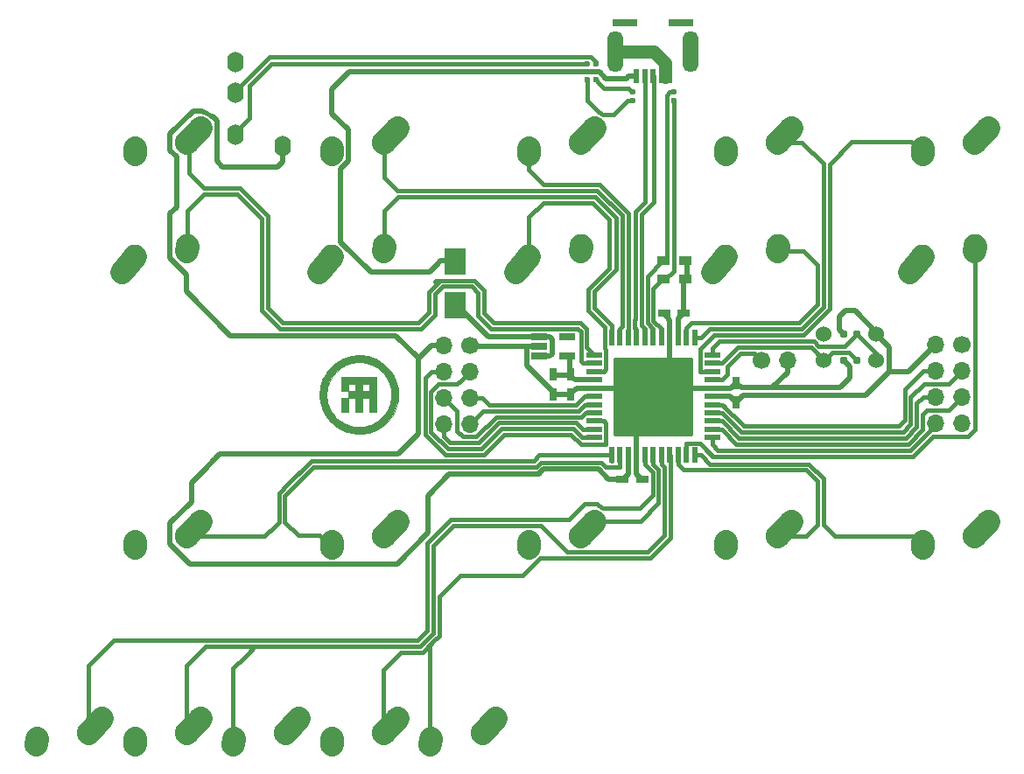
<source format=gbl>
G04 #@! TF.FileFunction,Copper,L2,Bot,Signal*
%FSLAX46Y46*%
G04 Gerber Fmt 4.6, Leading zero omitted, Abs format (unit mm)*
G04 Created by KiCad (PCBNEW 4.0.7) date 06/12/18 21:15:04*
%MOMM*%
%LPD*%
G01*
G04 APERTURE LIST*
%ADD10C,0.100000*%
%ADD11C,0.010000*%
%ADD12C,1.700000*%
%ADD13O,1.700000X1.700000*%
%ADD14O,1.600000X2.000000*%
%ADD15C,2.250000*%
%ADD16C,2.250000*%
%ADD17R,2.350000X0.800000*%
%ADD18R,0.500000X1.400000*%
%ADD19O,1.500000X4.000000*%
%ADD20R,0.550000X1.500000*%
%ADD21R,1.500000X0.550000*%
%ADD22R,1.200000X0.750000*%
%ADD23R,1.560000X0.650000*%
%ADD24C,0.784860*%
%ADD25C,1.524000*%
%ADD26R,0.750000X1.200000*%
%ADD27R,1.200000X0.900000*%
%ADD28R,2.030000X2.650000*%
%ADD29C,0.600000*%
%ADD30C,1.300000*%
%ADD31C,0.550000*%
%ADD32C,0.381000*%
%ADD33C,0.500000*%
%ADD34C,0.254000*%
G04 APERTURE END LIST*
D10*
D11*
G36*
X80777928Y-76751189D02*
X80497719Y-76777606D01*
X80218222Y-76824253D01*
X80202440Y-76827498D01*
X79944784Y-76891256D01*
X79690906Y-76974424D01*
X79442338Y-77076214D01*
X79200615Y-77195839D01*
X78967269Y-77332513D01*
X78743834Y-77485449D01*
X78531844Y-77653861D01*
X78448180Y-77727574D01*
X78319656Y-77848716D01*
X78204171Y-77967560D01*
X78096226Y-78090124D01*
X77990320Y-78222429D01*
X77962625Y-78258920D01*
X77802573Y-78488117D01*
X77661321Y-78724839D01*
X77538652Y-78969571D01*
X77434348Y-79222797D01*
X77348191Y-79485001D01*
X77279962Y-79756669D01*
X77272061Y-79794349D01*
X77227077Y-80063043D01*
X77201568Y-80333734D01*
X77195523Y-80604760D01*
X77208933Y-80874460D01*
X77241786Y-81141174D01*
X77281510Y-81348805D01*
X77302725Y-81439136D01*
X77327252Y-81535222D01*
X77353383Y-81630842D01*
X77379412Y-81719774D01*
X77403629Y-81795799D01*
X77406675Y-81804760D01*
X77431238Y-81871831D01*
X77462247Y-81949542D01*
X77497838Y-82033783D01*
X77536150Y-82120446D01*
X77575316Y-82205423D01*
X77613476Y-82284603D01*
X77648763Y-82353880D01*
X77679316Y-82409144D01*
X77685477Y-82419440D01*
X77712393Y-82463496D01*
X77744511Y-82515976D01*
X77776390Y-82567995D01*
X77788101Y-82587080D01*
X77811871Y-82623897D01*
X77845055Y-82672646D01*
X77884704Y-82729134D01*
X77927868Y-82789165D01*
X77971600Y-82848545D01*
X77976858Y-82855577D01*
X78089806Y-82996934D01*
X78217295Y-83139896D01*
X78354563Y-83279705D01*
X78496855Y-83411601D01*
X78639409Y-83530826D01*
X78694423Y-83573142D01*
X78753434Y-83616740D01*
X78813611Y-83660133D01*
X78870759Y-83700371D01*
X78920683Y-83734506D01*
X78959189Y-83759590D01*
X78962920Y-83761899D01*
X79012189Y-83792114D01*
X79065555Y-83824791D01*
X79114130Y-83854492D01*
X79130560Y-83864523D01*
X79173303Y-83888779D01*
X79230935Y-83918823D01*
X79299527Y-83952778D01*
X79375152Y-83988766D01*
X79453881Y-84024908D01*
X79531784Y-84059326D01*
X79587760Y-84083067D01*
X79773263Y-84152496D01*
X79973159Y-84213300D01*
X80183018Y-84264509D01*
X80398408Y-84305149D01*
X80614899Y-84334249D01*
X80801880Y-84349487D01*
X80871376Y-84353258D01*
X80926538Y-84355889D01*
X80972571Y-84357376D01*
X81014679Y-84357713D01*
X81058065Y-84356897D01*
X81107934Y-84354921D01*
X81169489Y-84351781D01*
X81218440Y-84349103D01*
X81466453Y-84327123D01*
X81711133Y-84288472D01*
X81954594Y-84232613D01*
X82198947Y-84159004D01*
X82446305Y-84067109D01*
X82625600Y-83990154D01*
X82751152Y-83928740D01*
X82885205Y-83854829D01*
X83023117Y-83771422D01*
X83160246Y-83681521D01*
X83291950Y-83588126D01*
X83413586Y-83494238D01*
X83484120Y-83435177D01*
X83684055Y-83248597D01*
X83869909Y-83048787D01*
X84040945Y-82836987D01*
X84196427Y-82614442D01*
X84335618Y-82382393D01*
X84457781Y-82142082D01*
X84562178Y-81894752D01*
X84648074Y-81641645D01*
X84714730Y-81384004D01*
X84722502Y-81347560D01*
X84770295Y-81068121D01*
X84797856Y-80787937D01*
X84803685Y-80565160D01*
X84127697Y-80565160D01*
X84123165Y-80726576D01*
X84112534Y-80884864D01*
X84095871Y-81034418D01*
X84092527Y-81058000D01*
X84053489Y-81262477D01*
X83996413Y-81470207D01*
X83922601Y-81678217D01*
X83833358Y-81883533D01*
X83729987Y-82083183D01*
X83613792Y-82274192D01*
X83486076Y-82453589D01*
X83473421Y-82469882D01*
X83309552Y-82662881D01*
X83131535Y-82841566D01*
X82940291Y-83005253D01*
X82736742Y-83153259D01*
X82521812Y-83284897D01*
X82296421Y-83399486D01*
X82119306Y-83474511D01*
X81984797Y-83522037D01*
X81837913Y-83565558D01*
X81685639Y-83603372D01*
X81534961Y-83633776D01*
X81392865Y-83655068D01*
X81365760Y-83658118D01*
X81317881Y-83663189D01*
X81274537Y-83667816D01*
X81241636Y-83671367D01*
X81228600Y-83672803D01*
X81194098Y-83675205D01*
X81143720Y-83676783D01*
X81081893Y-83677571D01*
X81013043Y-83677605D01*
X80941598Y-83676917D01*
X80871983Y-83675543D01*
X80808626Y-83673517D01*
X80755952Y-83670873D01*
X80730760Y-83668952D01*
X80479221Y-83635687D01*
X80231301Y-83582859D01*
X79988594Y-83510948D01*
X79752691Y-83420433D01*
X79525182Y-83311794D01*
X79497851Y-83297200D01*
X79420455Y-83252671D01*
X79333277Y-83197940D01*
X79241495Y-83136558D01*
X79150289Y-83072073D01*
X79064835Y-83008037D01*
X78998480Y-82954853D01*
X78810706Y-82785257D01*
X78638692Y-82603134D01*
X78482847Y-82409266D01*
X78343576Y-82204434D01*
X78221286Y-81989421D01*
X78116383Y-81765008D01*
X78029276Y-81531977D01*
X77960368Y-81291111D01*
X77910069Y-81043192D01*
X77880075Y-80803945D01*
X77875390Y-80728703D01*
X77873037Y-80639408D01*
X77872893Y-80541427D01*
X77874832Y-80440128D01*
X77878732Y-80340878D01*
X77884470Y-80249045D01*
X77891920Y-80169996D01*
X77895290Y-80143600D01*
X77926345Y-79959267D01*
X77967118Y-79776650D01*
X78016130Y-79601607D01*
X78071899Y-79439994D01*
X78075489Y-79430694D01*
X78174848Y-79202026D01*
X78291060Y-78983053D01*
X78423197Y-78774718D01*
X78570333Y-78577964D01*
X78731539Y-78393733D01*
X78905889Y-78222969D01*
X79092455Y-78066615D01*
X79290311Y-77925613D01*
X79498528Y-77800906D01*
X79716179Y-77693437D01*
X79831600Y-77645141D01*
X79980173Y-77589021D01*
X80117163Y-77542725D01*
X80246815Y-77505465D01*
X80373376Y-77476448D01*
X80501090Y-77454886D01*
X80634203Y-77439987D01*
X80776961Y-77430962D01*
X80933608Y-77427020D01*
X81005080Y-77426691D01*
X81118252Y-77427333D01*
X81215361Y-77429392D01*
X81300639Y-77433234D01*
X81378317Y-77439228D01*
X81452626Y-77447741D01*
X81527798Y-77459143D01*
X81608062Y-77473801D01*
X81655320Y-77483263D01*
X81760225Y-77508066D01*
X81876887Y-77541330D01*
X81999631Y-77581078D01*
X82122781Y-77625330D01*
X82240662Y-77672107D01*
X82347598Y-77719430D01*
X82385655Y-77737880D01*
X82559885Y-77832488D01*
X82732445Y-77940819D01*
X82899509Y-78059995D01*
X83057253Y-78187137D01*
X83201851Y-78319367D01*
X83314596Y-78436991D01*
X83479231Y-78635509D01*
X83626163Y-78842933D01*
X83755061Y-79058559D01*
X83865597Y-79281687D01*
X83957440Y-79511615D01*
X84030262Y-79747641D01*
X84083732Y-79989062D01*
X84104009Y-80118200D01*
X84118187Y-80255366D01*
X84126060Y-80406222D01*
X84127697Y-80565160D01*
X84803685Y-80565160D01*
X84805192Y-80507596D01*
X84792310Y-80227691D01*
X84759218Y-79948811D01*
X84705922Y-79671548D01*
X84702303Y-79655920D01*
X84640805Y-79430283D01*
X84561555Y-79201785D01*
X84466059Y-78974046D01*
X84355825Y-78750686D01*
X84243690Y-78553824D01*
X84116561Y-78361283D01*
X83971750Y-78171270D01*
X83811896Y-77986601D01*
X83639634Y-77810092D01*
X83457602Y-77644558D01*
X83268437Y-77492815D01*
X83209536Y-77449572D01*
X82998924Y-77309375D01*
X82776464Y-77182255D01*
X82545366Y-77069681D01*
X82308841Y-76973122D01*
X82070099Y-76894048D01*
X81894080Y-76847697D01*
X81616926Y-76793259D01*
X81338122Y-76759023D01*
X81058259Y-76744998D01*
X80777928Y-76751189D01*
X80777928Y-76751189D01*
G37*
X80777928Y-76751189D02*
X80497719Y-76777606D01*
X80218222Y-76824253D01*
X80202440Y-76827498D01*
X79944784Y-76891256D01*
X79690906Y-76974424D01*
X79442338Y-77076214D01*
X79200615Y-77195839D01*
X78967269Y-77332513D01*
X78743834Y-77485449D01*
X78531844Y-77653861D01*
X78448180Y-77727574D01*
X78319656Y-77848716D01*
X78204171Y-77967560D01*
X78096226Y-78090124D01*
X77990320Y-78222429D01*
X77962625Y-78258920D01*
X77802573Y-78488117D01*
X77661321Y-78724839D01*
X77538652Y-78969571D01*
X77434348Y-79222797D01*
X77348191Y-79485001D01*
X77279962Y-79756669D01*
X77272061Y-79794349D01*
X77227077Y-80063043D01*
X77201568Y-80333734D01*
X77195523Y-80604760D01*
X77208933Y-80874460D01*
X77241786Y-81141174D01*
X77281510Y-81348805D01*
X77302725Y-81439136D01*
X77327252Y-81535222D01*
X77353383Y-81630842D01*
X77379412Y-81719774D01*
X77403629Y-81795799D01*
X77406675Y-81804760D01*
X77431238Y-81871831D01*
X77462247Y-81949542D01*
X77497838Y-82033783D01*
X77536150Y-82120446D01*
X77575316Y-82205423D01*
X77613476Y-82284603D01*
X77648763Y-82353880D01*
X77679316Y-82409144D01*
X77685477Y-82419440D01*
X77712393Y-82463496D01*
X77744511Y-82515976D01*
X77776390Y-82567995D01*
X77788101Y-82587080D01*
X77811871Y-82623897D01*
X77845055Y-82672646D01*
X77884704Y-82729134D01*
X77927868Y-82789165D01*
X77971600Y-82848545D01*
X77976858Y-82855577D01*
X78089806Y-82996934D01*
X78217295Y-83139896D01*
X78354563Y-83279705D01*
X78496855Y-83411601D01*
X78639409Y-83530826D01*
X78694423Y-83573142D01*
X78753434Y-83616740D01*
X78813611Y-83660133D01*
X78870759Y-83700371D01*
X78920683Y-83734506D01*
X78959189Y-83759590D01*
X78962920Y-83761899D01*
X79012189Y-83792114D01*
X79065555Y-83824791D01*
X79114130Y-83854492D01*
X79130560Y-83864523D01*
X79173303Y-83888779D01*
X79230935Y-83918823D01*
X79299527Y-83952778D01*
X79375152Y-83988766D01*
X79453881Y-84024908D01*
X79531784Y-84059326D01*
X79587760Y-84083067D01*
X79773263Y-84152496D01*
X79973159Y-84213300D01*
X80183018Y-84264509D01*
X80398408Y-84305149D01*
X80614899Y-84334249D01*
X80801880Y-84349487D01*
X80871376Y-84353258D01*
X80926538Y-84355889D01*
X80972571Y-84357376D01*
X81014679Y-84357713D01*
X81058065Y-84356897D01*
X81107934Y-84354921D01*
X81169489Y-84351781D01*
X81218440Y-84349103D01*
X81466453Y-84327123D01*
X81711133Y-84288472D01*
X81954594Y-84232613D01*
X82198947Y-84159004D01*
X82446305Y-84067109D01*
X82625600Y-83990154D01*
X82751152Y-83928740D01*
X82885205Y-83854829D01*
X83023117Y-83771422D01*
X83160246Y-83681521D01*
X83291950Y-83588126D01*
X83413586Y-83494238D01*
X83484120Y-83435177D01*
X83684055Y-83248597D01*
X83869909Y-83048787D01*
X84040945Y-82836987D01*
X84196427Y-82614442D01*
X84335618Y-82382393D01*
X84457781Y-82142082D01*
X84562178Y-81894752D01*
X84648074Y-81641645D01*
X84714730Y-81384004D01*
X84722502Y-81347560D01*
X84770295Y-81068121D01*
X84797856Y-80787937D01*
X84803685Y-80565160D01*
X84127697Y-80565160D01*
X84123165Y-80726576D01*
X84112534Y-80884864D01*
X84095871Y-81034418D01*
X84092527Y-81058000D01*
X84053489Y-81262477D01*
X83996413Y-81470207D01*
X83922601Y-81678217D01*
X83833358Y-81883533D01*
X83729987Y-82083183D01*
X83613792Y-82274192D01*
X83486076Y-82453589D01*
X83473421Y-82469882D01*
X83309552Y-82662881D01*
X83131535Y-82841566D01*
X82940291Y-83005253D01*
X82736742Y-83153259D01*
X82521812Y-83284897D01*
X82296421Y-83399486D01*
X82119306Y-83474511D01*
X81984797Y-83522037D01*
X81837913Y-83565558D01*
X81685639Y-83603372D01*
X81534961Y-83633776D01*
X81392865Y-83655068D01*
X81365760Y-83658118D01*
X81317881Y-83663189D01*
X81274537Y-83667816D01*
X81241636Y-83671367D01*
X81228600Y-83672803D01*
X81194098Y-83675205D01*
X81143720Y-83676783D01*
X81081893Y-83677571D01*
X81013043Y-83677605D01*
X80941598Y-83676917D01*
X80871983Y-83675543D01*
X80808626Y-83673517D01*
X80755952Y-83670873D01*
X80730760Y-83668952D01*
X80479221Y-83635687D01*
X80231301Y-83582859D01*
X79988594Y-83510948D01*
X79752691Y-83420433D01*
X79525182Y-83311794D01*
X79497851Y-83297200D01*
X79420455Y-83252671D01*
X79333277Y-83197940D01*
X79241495Y-83136558D01*
X79150289Y-83072073D01*
X79064835Y-83008037D01*
X78998480Y-82954853D01*
X78810706Y-82785257D01*
X78638692Y-82603134D01*
X78482847Y-82409266D01*
X78343576Y-82204434D01*
X78221286Y-81989421D01*
X78116383Y-81765008D01*
X78029276Y-81531977D01*
X77960368Y-81291111D01*
X77910069Y-81043192D01*
X77880075Y-80803945D01*
X77875390Y-80728703D01*
X77873037Y-80639408D01*
X77872893Y-80541427D01*
X77874832Y-80440128D01*
X77878732Y-80340878D01*
X77884470Y-80249045D01*
X77891920Y-80169996D01*
X77895290Y-80143600D01*
X77926345Y-79959267D01*
X77967118Y-79776650D01*
X78016130Y-79601607D01*
X78071899Y-79439994D01*
X78075489Y-79430694D01*
X78174848Y-79202026D01*
X78291060Y-78983053D01*
X78423197Y-78774718D01*
X78570333Y-78577964D01*
X78731539Y-78393733D01*
X78905889Y-78222969D01*
X79092455Y-78066615D01*
X79290311Y-77925613D01*
X79498528Y-77800906D01*
X79716179Y-77693437D01*
X79831600Y-77645141D01*
X79980173Y-77589021D01*
X80117163Y-77542725D01*
X80246815Y-77505465D01*
X80373376Y-77476448D01*
X80501090Y-77454886D01*
X80634203Y-77439987D01*
X80776961Y-77430962D01*
X80933608Y-77427020D01*
X81005080Y-77426691D01*
X81118252Y-77427333D01*
X81215361Y-77429392D01*
X81300639Y-77433234D01*
X81378317Y-77439228D01*
X81452626Y-77447741D01*
X81527798Y-77459143D01*
X81608062Y-77473801D01*
X81655320Y-77483263D01*
X81760225Y-77508066D01*
X81876887Y-77541330D01*
X81999631Y-77581078D01*
X82122781Y-77625330D01*
X82240662Y-77672107D01*
X82347598Y-77719430D01*
X82385655Y-77737880D01*
X82559885Y-77832488D01*
X82732445Y-77940819D01*
X82899509Y-78059995D01*
X83057253Y-78187137D01*
X83201851Y-78319367D01*
X83314596Y-78436991D01*
X83479231Y-78635509D01*
X83626163Y-78842933D01*
X83755061Y-79058559D01*
X83865597Y-79281687D01*
X83957440Y-79511615D01*
X84030262Y-79747641D01*
X84083732Y-79989062D01*
X84104009Y-80118200D01*
X84118187Y-80255366D01*
X84126060Y-80406222D01*
X84127697Y-80565160D01*
X84803685Y-80565160D01*
X84805192Y-80507596D01*
X84792310Y-80227691D01*
X84759218Y-79948811D01*
X84705922Y-79671548D01*
X84702303Y-79655920D01*
X84640805Y-79430283D01*
X84561555Y-79201785D01*
X84466059Y-78974046D01*
X84355825Y-78750686D01*
X84243690Y-78553824D01*
X84116561Y-78361283D01*
X83971750Y-78171270D01*
X83811896Y-77986601D01*
X83639634Y-77810092D01*
X83457602Y-77644558D01*
X83268437Y-77492815D01*
X83209536Y-77449572D01*
X82998924Y-77309375D01*
X82776464Y-77182255D01*
X82545366Y-77069681D01*
X82308841Y-76973122D01*
X82070099Y-76894048D01*
X81894080Y-76847697D01*
X81616926Y-76793259D01*
X81338122Y-76759023D01*
X81058259Y-76744998D01*
X80777928Y-76751189D01*
G36*
X79303280Y-80204560D02*
X79984000Y-80204560D01*
X79984000Y-79523840D01*
X80324496Y-79523840D01*
X80664991Y-79523839D01*
X80662316Y-79866740D01*
X80659640Y-80209640D01*
X80321820Y-80212316D01*
X79984000Y-80214993D01*
X79984000Y-80885280D01*
X80664720Y-80885280D01*
X80664720Y-82246720D01*
X81335136Y-82246720D01*
X81340360Y-80890360D01*
X81683260Y-80887684D01*
X82026160Y-80885009D01*
X82026160Y-82246720D01*
X82696720Y-82246720D01*
X82696720Y-79862371D01*
X82026160Y-79862371D01*
X82025960Y-79943414D01*
X82025393Y-80017918D01*
X82024505Y-80083462D01*
X82023347Y-80137626D01*
X82021965Y-80177990D01*
X82020410Y-80202135D01*
X82019252Y-80208081D01*
X82007789Y-80209658D01*
X81978437Y-80210949D01*
X81933627Y-80211924D01*
X81875790Y-80212554D01*
X81807356Y-80212808D01*
X81730755Y-80212656D01*
X81676352Y-80212314D01*
X81340360Y-80209640D01*
X81340360Y-79528920D01*
X81683260Y-79526244D01*
X82026160Y-79523569D01*
X82026160Y-79862371D01*
X82696720Y-79862371D01*
X82696720Y-78853280D01*
X79303280Y-78853280D01*
X79303280Y-80204560D01*
X79303280Y-80204560D01*
G37*
X79303280Y-80204560D02*
X79984000Y-80204560D01*
X79984000Y-79523840D01*
X80324496Y-79523840D01*
X80664991Y-79523839D01*
X80662316Y-79866740D01*
X80659640Y-80209640D01*
X80321820Y-80212316D01*
X79984000Y-80214993D01*
X79984000Y-80885280D01*
X80664720Y-80885280D01*
X80664720Y-82246720D01*
X81335136Y-82246720D01*
X81340360Y-80890360D01*
X81683260Y-80887684D01*
X82026160Y-80885009D01*
X82026160Y-82246720D01*
X82696720Y-82246720D01*
X82696720Y-79862371D01*
X82026160Y-79862371D01*
X82025960Y-79943414D01*
X82025393Y-80017918D01*
X82024505Y-80083462D01*
X82023347Y-80137626D01*
X82021965Y-80177990D01*
X82020410Y-80202135D01*
X82019252Y-80208081D01*
X82007789Y-80209658D01*
X81978437Y-80210949D01*
X81933627Y-80211924D01*
X81875790Y-80212554D01*
X81807356Y-80212808D01*
X81730755Y-80212656D01*
X81676352Y-80212314D01*
X81340360Y-80209640D01*
X81340360Y-79528920D01*
X81683260Y-79526244D01*
X82026160Y-79523569D01*
X82026160Y-79862371D01*
X82696720Y-79862371D01*
X82696720Y-78853280D01*
X79303280Y-78853280D01*
X79303280Y-80204560D01*
G36*
X79303280Y-82246720D02*
X79984145Y-82246720D01*
X79981533Y-81568540D01*
X79978920Y-80890360D01*
X79303280Y-80885006D01*
X79303280Y-82246720D01*
X79303280Y-82246720D01*
G37*
X79303280Y-82246720D02*
X79984145Y-82246720D01*
X79981533Y-81568540D01*
X79978920Y-80890360D01*
X79303280Y-80885006D01*
X79303280Y-82246720D01*
D12*
X139300000Y-75720000D03*
D13*
X136760000Y-75720000D03*
X139300000Y-78260000D03*
X136760000Y-78260000D03*
X139300000Y-80800000D03*
X136760000Y-80800000D03*
X139300000Y-83340000D03*
X136760000Y-83340000D03*
D14*
X73650000Y-56450000D03*
X69050000Y-55350000D03*
X69050000Y-48350000D03*
X69050000Y-51350000D03*
D15*
X59312500Y-56643750D02*
X59272500Y-57223750D01*
D16*
X59272500Y-57223750D03*
D15*
X65622500Y-54683750D02*
X64312498Y-56143750D01*
D16*
X64312500Y-56143750D03*
D15*
X64312500Y-66693750D02*
X64352500Y-66113750D01*
D16*
X64352500Y-66113750D03*
D15*
X58002500Y-68653750D02*
X59312502Y-67193750D01*
D16*
X59312500Y-67193750D03*
D15*
X78362500Y-56643750D02*
X78322500Y-57223750D01*
D16*
X78322500Y-57223750D03*
D15*
X84672500Y-54683750D02*
X83362498Y-56143750D01*
D16*
X83362500Y-56143750D03*
D15*
X83362500Y-66693750D02*
X83402500Y-66113750D01*
D16*
X83402500Y-66113750D03*
D15*
X77052500Y-68653750D02*
X78362502Y-67193750D01*
D16*
X78362500Y-67193750D03*
D15*
X97412500Y-56643750D02*
X97372500Y-57223750D01*
D16*
X97372500Y-57223750D03*
D15*
X103722500Y-54683750D02*
X102412498Y-56143750D01*
D16*
X102412500Y-56143750D03*
D15*
X102412500Y-66693750D02*
X102452500Y-66113750D01*
D16*
X102452500Y-66113750D03*
D15*
X96102500Y-68653750D02*
X97412502Y-67193750D01*
D16*
X97412500Y-67193750D03*
D15*
X116462500Y-56643750D02*
X116422500Y-57223750D01*
D16*
X116422500Y-57223750D03*
D15*
X122772500Y-54683750D02*
X121462498Y-56143750D01*
D16*
X121462500Y-56143750D03*
D15*
X121462500Y-66693750D02*
X121502500Y-66113750D01*
D16*
X121502500Y-66113750D03*
D15*
X115152500Y-68653750D02*
X116462502Y-67193750D01*
D16*
X116462500Y-67193750D03*
D15*
X135512500Y-56643750D02*
X135472500Y-57223750D01*
D16*
X135472500Y-57223750D03*
D15*
X141822500Y-54683750D02*
X140512498Y-56143750D01*
D16*
X140512500Y-56143750D03*
D15*
X140512500Y-66693750D02*
X140552500Y-66113750D01*
D16*
X140552500Y-66113750D03*
D15*
X134202500Y-68653750D02*
X135512502Y-67193750D01*
D16*
X135512500Y-67193750D03*
D17*
X112105000Y-44560000D03*
X106755000Y-44560000D03*
D18*
X107830000Y-49760000D03*
X108630000Y-49760000D03*
X109430000Y-49760000D03*
X110230000Y-49760000D03*
X111030000Y-49760000D03*
D19*
X105780000Y-47360000D03*
X113080000Y-47360000D03*
D15*
X59312500Y-94743750D02*
X59272500Y-95323750D01*
D16*
X59272500Y-95323750D03*
D15*
X65622500Y-92783750D02*
X64312498Y-94243750D01*
D16*
X64312500Y-94243750D03*
D15*
X78362500Y-94743750D02*
X78322500Y-95323750D01*
D16*
X78322500Y-95323750D03*
D15*
X84672500Y-92783750D02*
X83362498Y-94243750D01*
D16*
X83362500Y-94243750D03*
D15*
X97412500Y-94743750D02*
X97372500Y-95323750D01*
D16*
X97372500Y-95323750D03*
D15*
X103722500Y-92783750D02*
X102412498Y-94243750D01*
D16*
X102412500Y-94243750D03*
D15*
X116462500Y-94743750D02*
X116422500Y-95323750D01*
D16*
X116422500Y-95323750D03*
D15*
X122772500Y-92783750D02*
X121462498Y-94243750D01*
D16*
X121462500Y-94243750D03*
D15*
X135512500Y-94743750D02*
X135472500Y-95323750D01*
D16*
X135472500Y-95323750D03*
D15*
X141822500Y-92783750D02*
X140512498Y-94243750D01*
D16*
X140512500Y-94243750D03*
D15*
X49787500Y-113793750D02*
X49747500Y-114373750D01*
D16*
X49747500Y-114373750D03*
D15*
X56097500Y-111833750D02*
X54787498Y-113293750D01*
D16*
X54787500Y-113293750D03*
D15*
X78362500Y-113793750D02*
X78322500Y-114373750D01*
D16*
X78322500Y-114373750D03*
D15*
X84672500Y-111833750D02*
X83362498Y-113293750D01*
D16*
X83362500Y-113293750D03*
D15*
X87887500Y-113793750D02*
X87847500Y-114373750D01*
D16*
X87847500Y-114373750D03*
D15*
X94197500Y-111833750D02*
X92887498Y-113293750D01*
D16*
X92887500Y-113293750D03*
D15*
X59312500Y-113793750D02*
X59272500Y-114373750D01*
D16*
X59272500Y-114373750D03*
D15*
X65622500Y-111833750D02*
X64312498Y-113293750D01*
D16*
X64312500Y-113293750D03*
D15*
X68837500Y-113793750D02*
X68797500Y-114373750D01*
D16*
X68797500Y-114373750D03*
D15*
X75147500Y-111833750D02*
X73837498Y-113293750D01*
D16*
X73837500Y-113293750D03*
D20*
X113450000Y-86418750D03*
X112650000Y-86418750D03*
X111850000Y-86418750D03*
X111050000Y-86418750D03*
X110250000Y-86418750D03*
X109450000Y-86418750D03*
X108650000Y-86418750D03*
X107850000Y-86418750D03*
X107050000Y-86418750D03*
X106250000Y-86418750D03*
X105450000Y-86418750D03*
D21*
X103750000Y-84718750D03*
X103750000Y-83918750D03*
X103750000Y-83118750D03*
X103750000Y-82318750D03*
X103750000Y-81518750D03*
X103750000Y-80718750D03*
X103750000Y-79918750D03*
X103750000Y-79118750D03*
X103750000Y-78318750D03*
X103750000Y-77518750D03*
X103750000Y-76718750D03*
D20*
X105450000Y-75018750D03*
X106250000Y-75018750D03*
X107050000Y-75018750D03*
X107850000Y-75018750D03*
X108650000Y-75018750D03*
X109450000Y-75018750D03*
X110250000Y-75018750D03*
X111050000Y-75018750D03*
X111850000Y-75018750D03*
X112650000Y-75018750D03*
X113450000Y-75018750D03*
D21*
X115150000Y-76718750D03*
X115150000Y-77518750D03*
X115150000Y-78318750D03*
X115150000Y-79118750D03*
X115150000Y-79918750D03*
X115150000Y-80718750D03*
X115150000Y-81518750D03*
X115150000Y-82318750D03*
X115150000Y-83118750D03*
X115150000Y-83918750D03*
X115150000Y-84718750D03*
D22*
X106500000Y-88750000D03*
X108400000Y-88750000D03*
D12*
X91730000Y-75760000D03*
D13*
X89190000Y-75760000D03*
X91730000Y-78300000D03*
X89190000Y-78300000D03*
X91730000Y-80840000D03*
X89190000Y-80840000D03*
X91730000Y-83380000D03*
X89190000Y-83380000D03*
D23*
X98450000Y-76850000D03*
X98450000Y-75900000D03*
X98450000Y-74950000D03*
X101150000Y-74950000D03*
X101150000Y-76850000D03*
D24*
X129135000Y-74700000D03*
X127865000Y-74700000D03*
X129135000Y-77240000D03*
X127865000Y-77240000D03*
D25*
X131040000Y-74700000D03*
X125960000Y-74700000D03*
X131040000Y-77240000D03*
X125960000Y-77240000D03*
D26*
X99800000Y-78600000D03*
X99800000Y-80500000D03*
X101500000Y-78600000D03*
X101500000Y-80500000D03*
X117500000Y-81300000D03*
X117500000Y-79400000D03*
D22*
X112400000Y-72700000D03*
X110500000Y-72700000D03*
D27*
X110400000Y-69400000D03*
X112600000Y-69400000D03*
X110400000Y-67600000D03*
X112600000Y-67600000D03*
D28*
X90330000Y-71870000D03*
X90330000Y-67690000D03*
D12*
X119900000Y-77200000D03*
D13*
X122440000Y-77200000D03*
D29*
X103070000Y-48521351D03*
X103068015Y-50085389D03*
X107452119Y-52069910D03*
X111487949Y-52070079D03*
X103910000Y-48521351D03*
X103915802Y-50087527D03*
X107440000Y-51270000D03*
X111491677Y-51270085D03*
D30*
X110630000Y-48479998D02*
X110630000Y-49820000D01*
X105780000Y-47360000D02*
X109510002Y-47360000D01*
X109510002Y-47360000D02*
X110630000Y-48479998D01*
D31*
X86712979Y-77034940D02*
X86712979Y-84364396D01*
X86712979Y-84364396D02*
X84778346Y-86299029D01*
X84778346Y-86299029D02*
X67548397Y-86299029D01*
X67548397Y-86299029D02*
X65897426Y-87950000D01*
X132289501Y-78368251D02*
X134111749Y-78368251D01*
X134111749Y-78368251D02*
X136760000Y-75720000D01*
D32*
X66803341Y-53604161D02*
X66683839Y-53604161D01*
X66573429Y-53493751D02*
X66488929Y-53409251D01*
D31*
X67221891Y-54022711D02*
X66803341Y-53604161D01*
X67811221Y-58540000D02*
X67221891Y-57950670D01*
X73110000Y-58540000D02*
X67811221Y-58540000D01*
X67221891Y-57950670D02*
X67221891Y-54022711D01*
X73650000Y-58000000D02*
X73110000Y-58540000D01*
X73650000Y-56450000D02*
X73650000Y-58000000D01*
D32*
X66683839Y-53604161D02*
X66573429Y-53493751D01*
D31*
X64961461Y-53084359D02*
X65835107Y-53084359D01*
D32*
X65998859Y-53168859D02*
X66488929Y-53409251D01*
X66488929Y-53409251D02*
X66044667Y-53168859D01*
X65835107Y-53084359D02*
X65914359Y-53084359D01*
X65914359Y-53084359D02*
X65998859Y-53168859D01*
X65835107Y-53084359D02*
X65844359Y-53084359D01*
X65844359Y-53084359D02*
X65928859Y-53168859D01*
D31*
X84524672Y-74824672D02*
X68525420Y-74824672D01*
X68525420Y-74824672D02*
X64281401Y-70580653D01*
X64281401Y-70580653D02*
X64281401Y-68925139D01*
X64281401Y-68925139D02*
X62715156Y-67358894D01*
X62715156Y-67358894D02*
X62715156Y-63015846D01*
X63325001Y-57524253D02*
X62712499Y-56911751D01*
X62715156Y-63015846D02*
X63325001Y-62406001D01*
X63325001Y-62406001D02*
X63325001Y-57524253D01*
X62712499Y-56911751D02*
X62712499Y-55333321D01*
X62712499Y-55333321D02*
X64961461Y-53084359D01*
X86712979Y-77034940D02*
X86712979Y-77012979D01*
X86712979Y-77012979D02*
X84524672Y-74824672D01*
X77860000Y-96923751D02*
X84666779Y-96923751D01*
X87663365Y-93927165D02*
X87663365Y-90346635D01*
X84666779Y-96923751D02*
X87663365Y-93927165D01*
X87663365Y-90346635D02*
X89727494Y-88282506D01*
X89727494Y-88282506D02*
X98327615Y-88282506D01*
X98327615Y-88282506D02*
X98835272Y-87774849D01*
X77860000Y-96923751D02*
X77554499Y-96923751D01*
X76570363Y-96923751D02*
X77860000Y-96923751D01*
X106500000Y-88750000D02*
X105112174Y-88750000D01*
X105112174Y-88750000D02*
X104137023Y-87774849D01*
X104137023Y-87774849D02*
X98835272Y-87774849D01*
X98835272Y-87774849D02*
X98399061Y-88211061D01*
X64776635Y-89070791D02*
X65897426Y-87950000D01*
X62712499Y-95011751D02*
X62712499Y-92997725D01*
X64624499Y-96923751D02*
X62712499Y-95011751D01*
X76570363Y-96923751D02*
X64624499Y-96923751D01*
X62712499Y-92997725D02*
X64776635Y-90933589D01*
X64776635Y-90933589D02*
X64776635Y-89070791D01*
X65897426Y-87950000D02*
X67047426Y-86800000D01*
X89190000Y-75760000D02*
X87987919Y-75760000D01*
X87987919Y-75760000D02*
X86712979Y-77034940D01*
X106500000Y-88750000D02*
X107050000Y-88200000D01*
X107050000Y-88200000D02*
X107050000Y-86418750D01*
X101150000Y-76850000D02*
X101605000Y-76850000D01*
X131052500Y-74686250D02*
X131052500Y-74522083D01*
X131052500Y-74522083D02*
X128977636Y-72447219D01*
X128977636Y-72447219D02*
X128047364Y-72447219D01*
X128047364Y-72447219D02*
X127485071Y-73009512D01*
X127485071Y-73009512D02*
X127485071Y-74293821D01*
X127485071Y-74293821D02*
X127877500Y-74686250D01*
X118149990Y-80650010D02*
X130007742Y-80650010D01*
X132289501Y-78368251D02*
X132289501Y-75923251D01*
X130007742Y-80650010D02*
X132289501Y-78368251D01*
X132289501Y-75923251D02*
X131814499Y-75448249D01*
X131814499Y-75448249D02*
X131052500Y-74686250D01*
X117400000Y-81250000D02*
X117550000Y-81250000D01*
X117550000Y-81250000D02*
X118149990Y-80650010D01*
X101400000Y-78650000D02*
X101400000Y-77100000D01*
X101400000Y-77100000D02*
X101150000Y-76850000D01*
X99800000Y-78650000D02*
X101400000Y-78650000D01*
X103750000Y-79118750D02*
X101868750Y-79118750D01*
X101868750Y-79118750D02*
X101400000Y-78650000D01*
X112350000Y-72700000D02*
X112350000Y-69750000D01*
X112350000Y-69750000D02*
X112700000Y-69400000D01*
X112700000Y-67600000D02*
X112700000Y-69400000D01*
X111850000Y-73200000D02*
X111850000Y-75018750D01*
X112350000Y-72700000D02*
X111850000Y-73200000D01*
X117400000Y-81250000D02*
X116868750Y-80718750D01*
X116868750Y-80718750D02*
X115150000Y-80718750D01*
X120300000Y-79900000D02*
X118000000Y-79900000D01*
X118000000Y-79900000D02*
X117900000Y-79800000D01*
X117900000Y-79800000D02*
X117500000Y-79400000D01*
X115150000Y-79918750D02*
X116981250Y-79918750D01*
X116981250Y-79918750D02*
X117500000Y-79400000D01*
X108400000Y-88750000D02*
X107850000Y-88200000D01*
X107850000Y-88200000D02*
X107850000Y-86418750D01*
X111050000Y-79950000D02*
X107850000Y-83150000D01*
X107850000Y-83150000D02*
X107850000Y-86418750D01*
X111050000Y-78920000D02*
X111050000Y-76318750D01*
X111050000Y-78920000D02*
X111050000Y-79950000D01*
X111050000Y-76318750D02*
X111050000Y-75018750D01*
X103750000Y-79918750D02*
X115150000Y-79918750D01*
X122440000Y-78402081D02*
X120942081Y-79900000D01*
X120300000Y-79900000D02*
X122400000Y-79900000D01*
X122440000Y-77200000D02*
X122440000Y-78402081D01*
X120942081Y-79900000D02*
X120300000Y-79900000D01*
X108450000Y-88700000D02*
X108225000Y-88700000D01*
X122400000Y-79900000D02*
X127525037Y-79900000D01*
X108450000Y-88700000D02*
X108500000Y-88700000D01*
X98450000Y-75900000D02*
X91860000Y-75900000D01*
X91860000Y-75900000D02*
X91740000Y-75780000D01*
X127525037Y-79900000D02*
X128464261Y-78960776D01*
X128464261Y-78960776D02*
X128464261Y-77813011D01*
X128464261Y-77813011D02*
X128269929Y-77618679D01*
X128269929Y-77618679D02*
X127877500Y-77226250D01*
X117400000Y-79350000D02*
X117400000Y-79400000D01*
X98450000Y-75900000D02*
X97439998Y-75900000D01*
X97439998Y-75900000D02*
X97194999Y-76144999D01*
X99800000Y-80325000D02*
X99800000Y-80550000D01*
X97194999Y-76144999D02*
X97194999Y-77719999D01*
X97194999Y-77719999D02*
X99800000Y-80325000D01*
X99800000Y-80550000D02*
X101400000Y-80550000D01*
X101400000Y-80550000D02*
X102031250Y-79918750D01*
X102031250Y-79918750D02*
X103750000Y-79918750D01*
X111050000Y-73300000D02*
X111050000Y-75018750D01*
X110450000Y-72700000D02*
X111050000Y-73300000D01*
D32*
X135512500Y-67193750D02*
X134893750Y-67193750D01*
D31*
X90400000Y-71800000D02*
X93550000Y-74950000D01*
X97120000Y-74950000D02*
X98450000Y-74950000D01*
X93550000Y-74950000D02*
X97120000Y-74950000D01*
X98450000Y-74950000D02*
X99460002Y-74950000D01*
X99460002Y-74950000D02*
X99705001Y-75194999D01*
X99705001Y-75194999D02*
X99705001Y-76605001D01*
X99705001Y-76605001D02*
X99460002Y-76850000D01*
X99460002Y-76850000D02*
X98450000Y-76850000D01*
X78393599Y-50958677D02*
X80052276Y-49300000D01*
X102664433Y-49296351D02*
X104239538Y-49296351D01*
X79224999Y-65791345D02*
X79224999Y-58689253D01*
X104888224Y-49945037D02*
X106844963Y-49945037D01*
X79959844Y-57954408D02*
X79959844Y-54895068D01*
X79959844Y-54895068D02*
X78393599Y-53328823D01*
X80052276Y-49300000D02*
X102660784Y-49300000D01*
X102660784Y-49300000D02*
X102664433Y-49296351D01*
X106844963Y-49945037D02*
X107030000Y-49760000D01*
X107030000Y-49760000D02*
X107830000Y-49760000D01*
X78393599Y-53328823D02*
X78393599Y-50958677D01*
X83150000Y-68700000D02*
X82133654Y-68700000D01*
X104239538Y-49296351D02*
X104888224Y-49945037D01*
X82133654Y-68700000D02*
X79224999Y-65791345D01*
X79224999Y-58689253D02*
X79959844Y-57954408D01*
D33*
X87805000Y-68700000D02*
X83150000Y-68700000D01*
X88605000Y-67900000D02*
X87805000Y-68700000D01*
X88885000Y-67620000D02*
X88605000Y-67900000D01*
X88605000Y-67900000D02*
X88238906Y-68266094D01*
X90400000Y-67620000D02*
X88885000Y-67620000D01*
D32*
X107705561Y-73285643D02*
X107711518Y-73276163D01*
X108670000Y-61900000D02*
X108670000Y-49760000D01*
X107644775Y-74061517D02*
X107635295Y-74055560D01*
X107716469Y-62853531D02*
X108670000Y-61900000D01*
X107635295Y-73315377D02*
X107644775Y-73309420D01*
X107850000Y-75018750D02*
X107850000Y-74250000D01*
X107644775Y-73309420D02*
X107655343Y-73305722D01*
X107635295Y-74055560D02*
X107627378Y-74047643D01*
X107850000Y-74250000D02*
X107716469Y-74116469D01*
X107705561Y-74085294D02*
X107697644Y-74077377D01*
X107688164Y-74071420D02*
X107677596Y-74067722D01*
X107716469Y-74116469D02*
X107715216Y-74105342D01*
X107677596Y-74067722D02*
X107655343Y-74065215D01*
X107715216Y-74105342D02*
X107711518Y-74094774D01*
X107711518Y-74094774D02*
X107705561Y-74085294D01*
X107697644Y-74077377D02*
X107688164Y-74071420D01*
X107627378Y-74047643D02*
X107621421Y-74038163D01*
X107655343Y-74065215D02*
X107644775Y-74061517D01*
X107621421Y-74038163D02*
X107617723Y-74027595D01*
X107617723Y-73343342D02*
X107621421Y-73332774D01*
X107617723Y-74027595D02*
X107616469Y-74016469D01*
X107616469Y-74016469D02*
X107616469Y-73354469D01*
X107715216Y-73265595D02*
X107716469Y-73254469D01*
X107616469Y-73354469D02*
X107617723Y-73343342D01*
X107621421Y-73332774D02*
X107627378Y-73323294D01*
X107627378Y-73323294D02*
X107635295Y-73315377D01*
X107655343Y-73305722D02*
X107677596Y-73303215D01*
X107711518Y-73276163D02*
X107715216Y-73265595D01*
X107677596Y-73303215D02*
X107688164Y-73299517D01*
X107688164Y-73299517D02*
X107697644Y-73293560D01*
X107716469Y-73254469D02*
X107716469Y-62853531D01*
X107697644Y-73293560D02*
X107705561Y-73285643D01*
X109470000Y-61000000D02*
X109470000Y-50841000D01*
X108650000Y-75018750D02*
X108650000Y-74221246D01*
X108297479Y-73868725D02*
X108297479Y-63094193D01*
X108650000Y-74221246D02*
X108297479Y-73868725D01*
X108297479Y-63094193D02*
X109470000Y-61921672D01*
X109470000Y-61921672D02*
X109470000Y-61000000D01*
X109470000Y-50841000D02*
X109470000Y-49760000D01*
X131052500Y-77226250D02*
X131052500Y-76591250D01*
X131052500Y-76591250D02*
X129147500Y-74686250D01*
X115831740Y-75381010D02*
X124961558Y-75381010D01*
X125419299Y-75838751D02*
X127994999Y-75838751D01*
X124961558Y-75381010D02*
X125419299Y-75838751D01*
X127994999Y-75838751D02*
X128755071Y-75078679D01*
X128755071Y-75078679D02*
X129147500Y-74686250D01*
X115150000Y-76718750D02*
X115150000Y-76062750D01*
X115150000Y-76062750D02*
X115831740Y-75381010D01*
X125972500Y-77226250D02*
X126755431Y-76443319D01*
X126755431Y-76443319D02*
X128364569Y-76443319D01*
X128755071Y-76833821D02*
X129147500Y-77226250D01*
X128364569Y-76443319D02*
X128755071Y-76833821D01*
X117634632Y-75962020D02*
X124708270Y-75962020D01*
X124708270Y-75962020D02*
X125972500Y-77226250D01*
X115150000Y-77518750D02*
X116077902Y-77518750D01*
X116077902Y-77518750D02*
X117634632Y-75962020D01*
X135497500Y-57223750D02*
X134372501Y-56098751D01*
X134372501Y-56098751D02*
X128650769Y-56098751D01*
X128650769Y-56098751D02*
X126495021Y-58254499D01*
X126495021Y-58254499D02*
X126495021Y-72282515D01*
X126495021Y-72282515D02*
X125277536Y-73500000D01*
X123977536Y-74800000D02*
X125277536Y-73500000D01*
X125277536Y-73500000D02*
X126500000Y-72277536D01*
X115340848Y-74800000D02*
X123977536Y-74800000D01*
X114009499Y-76131349D02*
X115340848Y-74800000D01*
X114009499Y-78309249D02*
X114009499Y-76131349D01*
X114019000Y-78318750D02*
X114009499Y-78309249D01*
X115150000Y-78318750D02*
X114019000Y-78318750D01*
X125914011Y-58200000D02*
X125914011Y-58900000D01*
X121487500Y-56143750D02*
X123857761Y-56143750D01*
X123857761Y-56143750D02*
X125914011Y-58200000D01*
X125914011Y-72041853D02*
X125914011Y-58900000D01*
X114965589Y-74159161D02*
X123796704Y-74159160D01*
X123796704Y-74159160D02*
X125914011Y-72041853D01*
X114106000Y-75018750D02*
X114965589Y-74159161D01*
X113450000Y-75018750D02*
X114106000Y-75018750D01*
X113450000Y-75018750D02*
X113450000Y-74750000D01*
X97397500Y-58816490D02*
X98800000Y-60218990D01*
X97397500Y-57223750D02*
X97397500Y-58816490D01*
X98800000Y-60218990D02*
X101600000Y-60218990D01*
X101600000Y-60218990D02*
X102662334Y-60218990D01*
X104284004Y-60218990D02*
X101600000Y-60218990D01*
X107035459Y-62970445D02*
X104284004Y-60218990D01*
X107035459Y-75004209D02*
X107035459Y-62970445D01*
X107050000Y-75018750D02*
X107035459Y-75004209D01*
X84697500Y-54683750D02*
X84697500Y-55902500D01*
X84697500Y-55902500D02*
X83400000Y-57200000D01*
X83400000Y-57200000D02*
X83400000Y-59500000D01*
X83400000Y-59500000D02*
X84700000Y-60800000D01*
X84700000Y-60800000D02*
X86700000Y-60800000D01*
X102421672Y-60800000D02*
X101200000Y-60800000D01*
X101200000Y-60800000D02*
X86700000Y-60800000D01*
X104043342Y-60800000D02*
X101200000Y-60800000D01*
X86700000Y-60800000D02*
X86400000Y-60800000D01*
X106454450Y-63211108D02*
X104043342Y-60800000D01*
X106454449Y-73945551D02*
X106454450Y-63211108D01*
X106250000Y-74150000D02*
X106454449Y-73945551D01*
X106250000Y-75018750D02*
X106250000Y-74150000D01*
X89150000Y-69499400D02*
X88836025Y-69499400D01*
X64523606Y-56966394D02*
X65622500Y-55867500D01*
X88836025Y-69499400D02*
X87734320Y-70601105D01*
X86751563Y-73578151D02*
X73582410Y-73578151D01*
X87734320Y-70601105D02*
X87734320Y-72595394D01*
X87734320Y-72595394D02*
X86751563Y-73578151D01*
X73582410Y-73578151D02*
X72150000Y-72145741D01*
X64523606Y-59078069D02*
X64523606Y-56966394D01*
X72150000Y-72145741D02*
X72149999Y-63298327D01*
X65622500Y-55867500D02*
X65622500Y-54683750D01*
X72149999Y-63298327D02*
X69430662Y-60578990D01*
X69430662Y-60578990D02*
X66024527Y-60578990D01*
X66024527Y-60578990D02*
X64523606Y-59078069D01*
X94011133Y-73578150D02*
X93111953Y-72678970D01*
X93111953Y-70445771D02*
X92165582Y-69499400D01*
X103750000Y-76718750D02*
X103025597Y-75994347D01*
X103025597Y-75994347D02*
X103025597Y-74196022D01*
X103025597Y-74196022D02*
X102407725Y-73578150D01*
X102407725Y-73578150D02*
X94011133Y-73578150D01*
X93111953Y-72678970D02*
X93111953Y-70445771D01*
X92165582Y-69499400D02*
X89150000Y-69499400D01*
X64852773Y-56740510D02*
X64315578Y-56203315D01*
X65622500Y-54896393D02*
X65622500Y-54683750D01*
X89150000Y-69499400D02*
X88450600Y-69499400D01*
X88450600Y-69499400D02*
X88376511Y-69573489D01*
X103750000Y-76718750D02*
X103781250Y-76718750D01*
X137355441Y-84580501D02*
X136517783Y-84580501D01*
X136517783Y-84580501D02*
X134588785Y-86509499D01*
X134588785Y-86509499D02*
X115212847Y-86509499D01*
X115212847Y-86509499D02*
X114009499Y-85306151D01*
X140552500Y-81230828D02*
X140552500Y-83923442D01*
X140552500Y-83923442D02*
X139895441Y-84580501D01*
X139895441Y-84580501D02*
X137355441Y-84580501D01*
X140552500Y-66113750D02*
X140552500Y-81230828D01*
X112650000Y-86418750D02*
X112650000Y-85287750D01*
X112650000Y-85287750D02*
X112659501Y-85278249D01*
X114037401Y-85278249D02*
X115268651Y-86509499D01*
X112659501Y-85278249D02*
X114037401Y-85278249D01*
X125333001Y-70586309D02*
X125333001Y-71000000D01*
X125333001Y-71000000D02*
X125333001Y-71500000D01*
X121487500Y-66693750D02*
X123993750Y-66693750D01*
X123993750Y-66693750D02*
X125333001Y-68033001D01*
X125333001Y-68033001D02*
X125333001Y-71000000D01*
X125333001Y-71801191D02*
X125333001Y-71500000D01*
X123556041Y-73578151D02*
X125333001Y-71801191D01*
X113162697Y-73578151D02*
X123556041Y-73578151D01*
X112650000Y-74090848D02*
X113162697Y-73578151D01*
X112650000Y-75018750D02*
X112650000Y-74090848D01*
X97437500Y-67193750D02*
X97437500Y-63362500D01*
X97437500Y-63362500D02*
X98837980Y-61962020D01*
X98837980Y-61962020D02*
X103562020Y-61962020D01*
X103562020Y-61962020D02*
X105200000Y-63600000D01*
X105200000Y-63600000D02*
X105200000Y-68316636D01*
X105200000Y-68316636D02*
X103170990Y-70345646D01*
X103170990Y-70345646D02*
X103170989Y-72430411D01*
X104784499Y-74043921D02*
X104784499Y-76081151D01*
X104784499Y-76081151D02*
X104890501Y-76187153D01*
X103170989Y-72430411D02*
X104784499Y-74043921D01*
X104890501Y-76187153D02*
X104890501Y-78106151D01*
X104890501Y-78106151D02*
X104677902Y-78318750D01*
X104677902Y-78318750D02*
X103750000Y-78318750D01*
X86940662Y-61381010D02*
X84800000Y-61381010D01*
X83427500Y-66113750D02*
X83427500Y-62753510D01*
X83427500Y-62753510D02*
X84800000Y-61381010D01*
X102181010Y-61381010D02*
X102000000Y-61381010D01*
X102000000Y-61381010D02*
X86940662Y-61381010D01*
X103802682Y-61381010D02*
X102000000Y-61381010D01*
X105873439Y-63451767D02*
X103802682Y-61381010D01*
X103751999Y-70586309D02*
X105873440Y-68464868D01*
X103751999Y-72189749D02*
X103751999Y-70586309D01*
X105873440Y-68464868D02*
X105873439Y-63451767D01*
X105450000Y-73887750D02*
X103751999Y-72189749D01*
X105450000Y-75018750D02*
X105450000Y-73887750D01*
X64352500Y-66113750D02*
X64352500Y-62777500D01*
X71568990Y-63538990D02*
X71568990Y-70600000D01*
X64352500Y-62777500D02*
X65970000Y-61160000D01*
X69190000Y-61160000D02*
X71568990Y-63538990D01*
X65970000Y-61160000D02*
X69190000Y-61160000D01*
X71568990Y-71690662D02*
X71568990Y-70600000D01*
X71568991Y-72386404D02*
X71568990Y-71690662D01*
X73341748Y-74159162D02*
X71568991Y-72386404D01*
X102444586Y-77344336D02*
X102444586Y-74436684D01*
X102444586Y-74436684D02*
X102167063Y-74159161D01*
X88315331Y-70841767D02*
X88315331Y-72836056D01*
X86992225Y-74159162D02*
X73341748Y-74159162D01*
X88315331Y-72836056D02*
X86992225Y-74159162D01*
X91924920Y-70080411D02*
X89076687Y-70080411D01*
X92530942Y-72919632D02*
X92530942Y-70686433D01*
X93770471Y-74159161D02*
X92530942Y-72919632D01*
X102167063Y-74159161D02*
X93770471Y-74159161D01*
X103750000Y-77518750D02*
X102619000Y-77518750D01*
X102619000Y-77518750D02*
X102444586Y-77344336D01*
X92530942Y-70686433D02*
X91924920Y-70080411D01*
X89076687Y-70080411D02*
X88315331Y-70841767D01*
X71568990Y-70600000D02*
X71568990Y-67968990D01*
X113450000Y-86418750D02*
X114106000Y-86418750D01*
X114106000Y-86418750D02*
X114965589Y-87278339D01*
X114965589Y-87278339D02*
X124500012Y-87278340D01*
X125914011Y-88692339D02*
X125914011Y-93164802D01*
X124500012Y-87278340D02*
X125914011Y-88692339D01*
X135472500Y-94805051D02*
X135472500Y-95323750D01*
X125914011Y-93164802D02*
X127000573Y-94251364D01*
X127000573Y-94251364D02*
X134918813Y-94251364D01*
X134918813Y-94251364D02*
X135472500Y-94805051D01*
X119800000Y-87859349D02*
X124259349Y-87859349D01*
X124259349Y-87859349D02*
X125333001Y-88933001D01*
X125333001Y-88933001D02*
X125333001Y-93153045D01*
X125333001Y-93153045D02*
X124242296Y-94243750D01*
X124242296Y-94243750D02*
X121462500Y-94243750D01*
X123400442Y-92783750D02*
X122797500Y-92783750D01*
X112362697Y-87859349D02*
X119800000Y-87859349D01*
X119800000Y-87859349D02*
X120132013Y-87859349D01*
X111850000Y-87346652D02*
X112362697Y-87859349D01*
X111850000Y-86418750D02*
X111850000Y-87346652D01*
X103722500Y-92783750D02*
X108227839Y-92783750D01*
X108227839Y-92783750D02*
X109971511Y-91040078D01*
X109971511Y-91040078D02*
X109971511Y-89678063D01*
X109971511Y-89678063D02*
X109971511Y-87821937D01*
X109450000Y-86418750D02*
X109450000Y-87300426D01*
X109450000Y-87300426D02*
X109971511Y-87821937D01*
X109971511Y-87821937D02*
X109971510Y-89678064D01*
X103747500Y-92783750D02*
X103751999Y-92779251D01*
X76607758Y-87545550D02*
X75653308Y-88500000D01*
X98559609Y-87109338D02*
X98123398Y-87545550D01*
X98123398Y-87545550D02*
X76607758Y-87545550D01*
X104412686Y-87109338D02*
X98559609Y-87109338D01*
X106240499Y-87559251D02*
X104862599Y-87559251D01*
X106250000Y-87549750D02*
X106240499Y-87559251D01*
X106250000Y-86418750D02*
X106250000Y-87549750D01*
X104862599Y-87559251D02*
X104412686Y-87109338D01*
X73818750Y-90334558D02*
X75653308Y-88500000D01*
X75653308Y-88500000D02*
X76293959Y-87859349D01*
X78322500Y-95323750D02*
X77197501Y-94198751D01*
X77197501Y-94198751D02*
X75148751Y-94198751D01*
X75148751Y-94198751D02*
X73818750Y-92868750D01*
X73818750Y-92868750D02*
X73818750Y-90334558D01*
X98428525Y-86418750D02*
X97882736Y-86964539D01*
X105450000Y-86418750D02*
X98428525Y-86418750D01*
X97882736Y-86964539D02*
X76367097Y-86964539D01*
X76367097Y-86964539D02*
X74131636Y-89200000D01*
X76053296Y-87278340D02*
X74131636Y-89200000D01*
X74131636Y-89200000D02*
X73237740Y-90093896D01*
X73237740Y-92862260D02*
X72900000Y-93200000D01*
X64312500Y-94243750D02*
X71856250Y-94243750D01*
X71856250Y-94243750D02*
X72900000Y-93200000D01*
X73237740Y-92762260D02*
X73237740Y-92862260D01*
X73237740Y-90093896D02*
X73237740Y-92762260D01*
X105450000Y-86950000D02*
X105450000Y-86418750D01*
X108731411Y-96340261D02*
X102700000Y-96340261D01*
X111133531Y-94380804D02*
X109174074Y-96340260D01*
X111133531Y-86502281D02*
X111133531Y-94380804D01*
X111050000Y-86418750D02*
X111133531Y-86502281D01*
X109174074Y-96340260D02*
X108731411Y-96340261D01*
X98534411Y-96340261D02*
X102700000Y-96340261D01*
X102700000Y-96340261D02*
X103431411Y-96340261D01*
X88200000Y-104450000D02*
X88750000Y-103900000D01*
X88750000Y-100113452D02*
X90770988Y-98092464D01*
X88750000Y-103900000D02*
X88750000Y-100113452D01*
X90770988Y-98092464D02*
X96782208Y-98092464D01*
X96782208Y-98092464D02*
X98534411Y-96340261D01*
X88200000Y-104450000D02*
X87158001Y-105491999D01*
X87847500Y-114373750D02*
X87847500Y-104802500D01*
X87847500Y-104802500D02*
X88200000Y-104450000D01*
X83352500Y-107200000D02*
X83352500Y-112553750D01*
X87158001Y-105491999D02*
X85060501Y-105491999D01*
X85060501Y-105491999D02*
X83352500Y-107200000D01*
X83352500Y-112553750D02*
X83312500Y-112593750D01*
X110250000Y-86418750D02*
X110250000Y-87278754D01*
X110250000Y-87278754D02*
X110552520Y-87581276D01*
X110552520Y-87581276D02*
X110552520Y-94140142D01*
X110552520Y-94140142D02*
X108933411Y-95759251D01*
X108933411Y-95759251D02*
X102750000Y-95759251D01*
X103190749Y-95759251D02*
X102750000Y-95759251D01*
X102750000Y-95759251D02*
X101095240Y-95759251D01*
X90122469Y-93230906D02*
X89750000Y-93603375D01*
X89750000Y-93603375D02*
X89328328Y-94025047D01*
X70941347Y-104910989D02*
X86917339Y-104910989D01*
X88168990Y-103659338D02*
X88168990Y-95184385D01*
X86917339Y-104910989D02*
X88168990Y-103659338D01*
X88168990Y-95184385D02*
X89750000Y-93603375D01*
X101095240Y-95759251D02*
X98566895Y-93230906D01*
X98566895Y-93230906D02*
X90122469Y-93230906D01*
X69950000Y-105902336D02*
X68787500Y-107064836D01*
X68787500Y-107064836D02*
X68787500Y-114363750D01*
X68787500Y-114363750D02*
X68787999Y-114364249D01*
X68787999Y-114364249D02*
X68797500Y-114364249D01*
X64262500Y-106787500D02*
X65050000Y-106000000D01*
X65050000Y-106000000D02*
X65815821Y-105234179D01*
X70941347Y-104910989D02*
X66139011Y-104910989D01*
X66139011Y-104910989D02*
X65050000Y-106000000D01*
X69950000Y-105902336D02*
X70618157Y-105234179D01*
X70941347Y-104910989D02*
X69950000Y-105902336D01*
X64262500Y-112593750D02*
X64262500Y-106787500D01*
X106700000Y-91509251D02*
X108186912Y-91509251D01*
X108186912Y-91509251D02*
X109390501Y-90305662D01*
X109390501Y-90305662D02*
X109390501Y-88062599D01*
X109390501Y-88062599D02*
X108650000Y-87322098D01*
X108650000Y-87322098D02*
X108650000Y-86418750D01*
X101296431Y-92628151D02*
X102824582Y-91100000D01*
X87587980Y-103362020D02*
X87587980Y-94943722D01*
X57250000Y-104329979D02*
X86620021Y-104329979D01*
X102824582Y-91100000D02*
X103975808Y-91100000D01*
X54777500Y-113173750D02*
X54777500Y-106802479D01*
X54777500Y-106802479D02*
X57250000Y-104329979D01*
X86620021Y-104329979D02*
X87587980Y-103362020D01*
X87587980Y-94943722D02*
X89903551Y-92628151D01*
X89903551Y-92628151D02*
X101296431Y-92628151D01*
X104588929Y-91509251D02*
X106700000Y-91509251D01*
X106700000Y-91509251D02*
X107268651Y-91509251D01*
X103975808Y-91100000D02*
X104144667Y-91268859D01*
X104144667Y-91268859D02*
X104588929Y-91509251D01*
X103975808Y-91100000D02*
X104076158Y-91200350D01*
X103070000Y-48521351D02*
X72500321Y-48521351D01*
X72500321Y-48521351D02*
X70379031Y-50642641D01*
X70379031Y-50642641D02*
X70379031Y-53820969D01*
X70379031Y-53820969D02*
X69050000Y-55150000D01*
X69050000Y-55150000D02*
X69050000Y-55350000D01*
X106939282Y-52069910D02*
X107452119Y-52069910D01*
X104144667Y-53168859D02*
X104588929Y-53409251D01*
X103068015Y-52092207D02*
X104144667Y-53168859D01*
X105599941Y-53409251D02*
X106939282Y-52069910D01*
X104588929Y-53409251D02*
X105599941Y-53409251D01*
X103068015Y-50085389D02*
X103068015Y-52092207D01*
X111490501Y-52687807D02*
X111490501Y-52072631D01*
X111490501Y-52072631D02*
X111487949Y-52070079D01*
X110650000Y-69400000D02*
X111490501Y-68559499D01*
X110500000Y-69400000D02*
X110650000Y-69400000D01*
X111490501Y-68559499D02*
X111490501Y-52687807D01*
X109459499Y-73387401D02*
X109459499Y-72900000D01*
X109459499Y-72900000D02*
X109459499Y-71271501D01*
X109459499Y-70290501D02*
X109459499Y-72900000D01*
X110500000Y-69400000D02*
X110350000Y-69400000D01*
X110350000Y-69400000D02*
X109459499Y-70290501D01*
X110250000Y-75018750D02*
X110250000Y-74177902D01*
X110250000Y-74177902D02*
X109459499Y-73387401D01*
X103910000Y-48521351D02*
X103910000Y-48339409D01*
X103910000Y-48339409D02*
X103401441Y-47830850D01*
X103401441Y-47830850D02*
X72369150Y-47830850D01*
X72369150Y-47830850D02*
X69050000Y-51150000D01*
X69050000Y-51150000D02*
X69050000Y-51350000D01*
X104706524Y-50878249D02*
X104215801Y-50387526D01*
X104215801Y-50387526D02*
X103915802Y-50087527D01*
X107440000Y-51270000D02*
X107048249Y-50878249D01*
X107048249Y-50878249D02*
X104706524Y-50878249D01*
X110400000Y-67600000D02*
X110530000Y-67600000D01*
X110530000Y-67600000D02*
X110797448Y-67332552D01*
X110797448Y-67332552D02*
X110797448Y-51540050D01*
X110797448Y-51540050D02*
X111067413Y-51270085D01*
X111067413Y-51270085D02*
X111491677Y-51270085D01*
X108878489Y-69071511D02*
X110350000Y-67600000D01*
X108878489Y-73628063D02*
X108878489Y-69071511D01*
X110350000Y-67600000D02*
X110500000Y-67600000D01*
X109450000Y-75018750D02*
X109450000Y-74199574D01*
X109450000Y-74199574D02*
X108878489Y-73628063D01*
X103750000Y-84718750D02*
X102597328Y-84718750D01*
X88663557Y-79560501D02*
X90499499Y-79560501D01*
X102597328Y-84718750D02*
X101743118Y-83864540D01*
X101743118Y-83864540D02*
X94754746Y-83864540D01*
X87959499Y-80264559D02*
X88663557Y-79560501D01*
X94754746Y-83864540D02*
X92816766Y-85802520D01*
X87959499Y-84183252D02*
X87959499Y-80264559D01*
X92816766Y-85802520D02*
X89578766Y-85802519D01*
X89578766Y-85802519D02*
X87959499Y-84183252D01*
X90499499Y-79560501D02*
X90890001Y-79169999D01*
X90890001Y-79169999D02*
X91740000Y-78320000D01*
X91740000Y-78202386D02*
X91740000Y-78320000D01*
X93057427Y-86383529D02*
X89338104Y-86383529D01*
X89338104Y-86383529D02*
X87378489Y-84423914D01*
X87378489Y-84423914D02*
X87378489Y-78939430D01*
X87378489Y-78939430D02*
X87997919Y-78320000D01*
X87997919Y-78320000D02*
X89200000Y-78320000D01*
X101502456Y-84445550D02*
X94995408Y-84445550D01*
X94995408Y-84445550D02*
X93057427Y-86383529D01*
X103750000Y-83118750D02*
X104677902Y-83118750D01*
X102441157Y-85384251D02*
X101502456Y-84445550D01*
X104677902Y-83118750D02*
X104890501Y-83331349D01*
X104890501Y-83331349D02*
X104890501Y-85306151D01*
X104890501Y-85306151D02*
X104812401Y-85384251D01*
X104812401Y-85384251D02*
X102441157Y-85384251D01*
X89200000Y-78320000D02*
X89082386Y-78320000D01*
X92942081Y-80860000D02*
X93622582Y-81540501D01*
X91740000Y-80860000D02*
X92942081Y-80860000D01*
X93622582Y-81540501D02*
X102000347Y-81540501D01*
X102822098Y-80718750D02*
X103750000Y-80718750D01*
X102000347Y-81540501D02*
X102822098Y-80718750D01*
X102481672Y-82702520D02*
X94273422Y-82702520D01*
X94273422Y-82702520D02*
X92335441Y-84640501D01*
X92335441Y-84640501D02*
X91085561Y-84640501D01*
X91085561Y-84640501D02*
X90499499Y-84054439D01*
X90499499Y-84054439D02*
X90499499Y-82159499D01*
X90499499Y-82159499D02*
X90049999Y-81709999D01*
X90049999Y-81709999D02*
X89200000Y-80860000D01*
X103750000Y-82318750D02*
X102865442Y-82318750D01*
X102865442Y-82318750D02*
X102481672Y-82702520D01*
X91740000Y-83400000D02*
X93018490Y-82121510D01*
X93018490Y-82121510D02*
X102241010Y-82121510D01*
X102241010Y-82121510D02*
X102843770Y-81518750D01*
X102843770Y-81518750D02*
X103750000Y-81518750D01*
X101983780Y-83283530D02*
X94514084Y-83283530D01*
X94514084Y-83283530D02*
X92576104Y-85221510D01*
X92576104Y-85221510D02*
X89819429Y-85221510D01*
X89200000Y-84602081D02*
X89200000Y-83400000D01*
X89819429Y-85221510D02*
X89200000Y-84602081D01*
X103750000Y-83918750D02*
X102619000Y-83918750D01*
X102619000Y-83918750D02*
X101983780Y-83283530D01*
X117875294Y-76543030D02*
X119243030Y-76543030D01*
X116600000Y-77818324D02*
X117875294Y-76543030D01*
X119243030Y-76543030D02*
X119900000Y-77200000D01*
X116600000Y-78596652D02*
X116600000Y-77818324D01*
X116077902Y-79118750D02*
X116600000Y-78596652D01*
X115150000Y-79118750D02*
X116077902Y-79118750D01*
X133776471Y-83023529D02*
X133776472Y-80041447D01*
X133776472Y-80041447D02*
X135557919Y-78260000D01*
X135557919Y-78260000D02*
X136760000Y-78260000D01*
X118228617Y-83604449D02*
X133195551Y-83604449D01*
X133195551Y-83604449D02*
X133776471Y-83023529D01*
X116142918Y-81518750D02*
X118228617Y-83604449D01*
X116142918Y-81518750D02*
X115150000Y-81518750D01*
X116142918Y-81518750D02*
X116361909Y-81737741D01*
X115150000Y-82318750D02*
X116121246Y-82318750D01*
X116121246Y-82318750D02*
X117987955Y-84185459D01*
X134357480Y-80804693D02*
X135661672Y-79500501D01*
X117987955Y-84185459D02*
X133614541Y-84185459D01*
X133614541Y-84185459D02*
X134357480Y-83442520D01*
X138450001Y-79109999D02*
X139300000Y-78260000D01*
X134357480Y-83442520D02*
X134357480Y-80804693D01*
X135661672Y-79500501D02*
X138059499Y-79500501D01*
X138059499Y-79500501D02*
X138450001Y-79109999D01*
X133866799Y-84766469D02*
X134938490Y-83694778D01*
X134938490Y-83694778D02*
X134938490Y-81419429D01*
X134938490Y-81419429D02*
X135557919Y-80800000D01*
X135557919Y-80800000D02*
X136760000Y-80800000D01*
X117747293Y-84766469D02*
X133866799Y-84766469D01*
X115150000Y-83118750D02*
X116099574Y-83118750D01*
X116099574Y-83118750D02*
X117747293Y-84766469D01*
X139300000Y-80800000D02*
X138000501Y-82099499D01*
X138000501Y-82099499D02*
X135945074Y-82099499D01*
X135945074Y-82099499D02*
X135519499Y-82525074D01*
X117506631Y-85347479D02*
X116077902Y-83918750D01*
X135519499Y-82525074D02*
X135519499Y-83935441D01*
X135519499Y-83935441D02*
X134107461Y-85347479D01*
X134107461Y-85347479D02*
X117506631Y-85347479D01*
X116077902Y-83918750D02*
X115150000Y-83918750D01*
X115703739Y-85928489D02*
X132700000Y-85928489D01*
X136760000Y-83340000D02*
X136760000Y-83516612D01*
X136760000Y-83516612D02*
X134348123Y-85928489D01*
X134348123Y-85928489D02*
X132700000Y-85928489D01*
X115150000Y-84718750D02*
X115150000Y-85374750D01*
X115150000Y-85374750D02*
X115703739Y-85928489D01*
D34*
G36*
X113173000Y-84452749D02*
X112659501Y-84452749D01*
X112557692Y-84473000D01*
X105727000Y-84473000D01*
X105727000Y-77027000D01*
X113173000Y-77027000D01*
X113173000Y-84452749D01*
X113173000Y-84452749D01*
G37*
X113173000Y-84452749D02*
X112659501Y-84452749D01*
X112557692Y-84473000D01*
X105727000Y-84473000D01*
X105727000Y-77027000D01*
X113173000Y-77027000D01*
X113173000Y-84452749D01*
M02*

</source>
